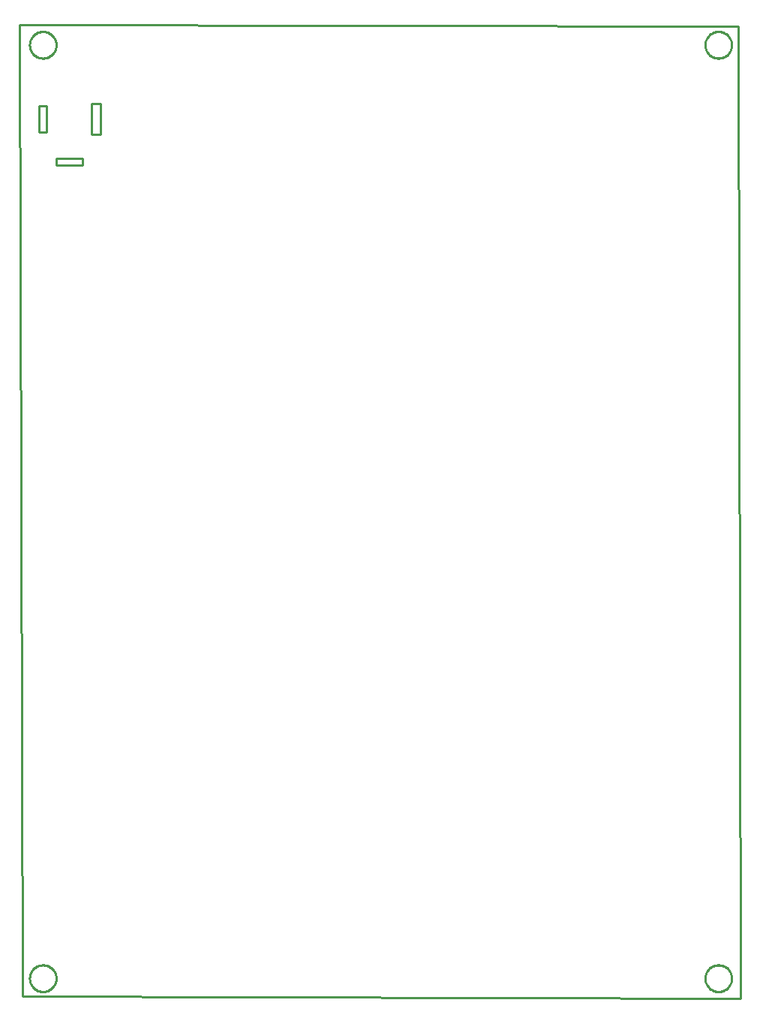
<source format=gbr>
G04 EAGLE Gerber RS-274X export*
G75*
%MOMM*%
%FSLAX34Y34*%
%LPD*%
%IN*%
%IPPOS*%
%AMOC8*
5,1,8,0,0,1.08239X$1,22.5*%
G01*
%ADD10C,0.254000*%


D10*
X5036Y1102891D02*
X8379Y7505D01*
X819126Y5142D01*
X816760Y1101506D01*
X5036Y1102891D01*
X46672Y944814D02*
X76672Y944814D01*
X76672Y952814D01*
X46672Y952814D01*
X46672Y944814D01*
X86672Y979314D02*
X96672Y979314D01*
X96672Y1014314D01*
X86672Y1014314D01*
X86672Y979314D01*
X27672Y981814D02*
X35672Y981814D01*
X35672Y1011814D01*
X27672Y1011814D01*
X27672Y981814D01*
X46758Y27288D02*
X46682Y26220D01*
X46529Y25159D01*
X46301Y24112D01*
X45999Y23084D01*
X45625Y22080D01*
X45180Y21106D01*
X44666Y20165D01*
X44087Y19264D01*
X43445Y18406D01*
X42743Y17596D01*
X41986Y16839D01*
X41176Y16137D01*
X40318Y15495D01*
X39417Y14916D01*
X38477Y14402D01*
X37502Y13957D01*
X36498Y13583D01*
X35470Y13281D01*
X34423Y13053D01*
X33362Y12901D01*
X32294Y12824D01*
X31222Y12824D01*
X30154Y12901D01*
X29093Y13053D01*
X28046Y13281D01*
X27018Y13583D01*
X26014Y13957D01*
X25039Y14402D01*
X24099Y14916D01*
X23198Y15495D01*
X22340Y16137D01*
X21530Y16839D01*
X20773Y17596D01*
X20071Y18406D01*
X19429Y19264D01*
X18850Y20165D01*
X18336Y21106D01*
X17891Y22080D01*
X17517Y23084D01*
X17215Y24112D01*
X16987Y25159D01*
X16834Y26220D01*
X16758Y27288D01*
X16758Y28360D01*
X16834Y29429D01*
X16987Y30489D01*
X17215Y31536D01*
X17517Y32564D01*
X17891Y33568D01*
X18336Y34543D01*
X18850Y35483D01*
X19429Y36384D01*
X20071Y37242D01*
X20773Y38052D01*
X21530Y38810D01*
X22340Y39511D01*
X23198Y40153D01*
X24099Y40733D01*
X25039Y41246D01*
X26014Y41691D01*
X27018Y42066D01*
X28046Y42367D01*
X29093Y42595D01*
X30154Y42748D01*
X31222Y42824D01*
X32294Y42824D01*
X33362Y42748D01*
X34423Y42595D01*
X35470Y42367D01*
X36498Y42066D01*
X37502Y41691D01*
X38477Y41246D01*
X39417Y40733D01*
X40318Y40153D01*
X41176Y39511D01*
X41986Y38810D01*
X42743Y38052D01*
X43445Y37242D01*
X44087Y36384D01*
X44666Y35483D01*
X45180Y34543D01*
X45625Y33568D01*
X45999Y32564D01*
X46301Y31536D01*
X46529Y30489D01*
X46682Y29429D01*
X46758Y28360D01*
X46758Y27288D01*
X809050Y27288D02*
X808974Y26220D01*
X808821Y25159D01*
X808593Y24112D01*
X808292Y23084D01*
X807917Y22080D01*
X807472Y21106D01*
X806959Y20165D01*
X806379Y19264D01*
X805737Y18406D01*
X805036Y17596D01*
X804278Y16839D01*
X803468Y16137D01*
X802610Y15495D01*
X801709Y14916D01*
X800769Y14402D01*
X799794Y13957D01*
X798790Y13583D01*
X797762Y13281D01*
X796715Y13053D01*
X795655Y12901D01*
X794586Y12824D01*
X793514Y12824D01*
X792446Y12901D01*
X791385Y13053D01*
X790338Y13281D01*
X789310Y13583D01*
X788306Y13957D01*
X787332Y14402D01*
X786391Y14916D01*
X785490Y15495D01*
X784632Y16137D01*
X783822Y16839D01*
X783065Y17596D01*
X782363Y18406D01*
X781721Y19264D01*
X781142Y20165D01*
X780628Y21106D01*
X780183Y22080D01*
X779809Y23084D01*
X779507Y24112D01*
X779279Y25159D01*
X779127Y26220D01*
X779050Y27288D01*
X779050Y28360D01*
X779127Y29429D01*
X779279Y30489D01*
X779507Y31536D01*
X779809Y32564D01*
X780183Y33568D01*
X780628Y34543D01*
X781142Y35483D01*
X781721Y36384D01*
X782363Y37242D01*
X783065Y38052D01*
X783822Y38810D01*
X784632Y39511D01*
X785490Y40153D01*
X786391Y40733D01*
X787332Y41246D01*
X788306Y41691D01*
X789310Y42066D01*
X790338Y42367D01*
X791385Y42595D01*
X792446Y42748D01*
X793514Y42824D01*
X794586Y42824D01*
X795655Y42748D01*
X796715Y42595D01*
X797762Y42367D01*
X798790Y42066D01*
X799794Y41691D01*
X800769Y41246D01*
X801709Y40733D01*
X802610Y40153D01*
X803468Y39511D01*
X804278Y38810D01*
X805036Y38052D01*
X805737Y37242D01*
X806379Y36384D01*
X806959Y35483D01*
X807472Y34543D01*
X807917Y33568D01*
X808292Y32564D01*
X808593Y31536D01*
X808821Y30489D01*
X808974Y29429D01*
X809050Y28360D01*
X809050Y27288D01*
X46758Y1079991D02*
X46682Y1078923D01*
X46529Y1077862D01*
X46301Y1076815D01*
X45999Y1075787D01*
X45625Y1074783D01*
X45180Y1073809D01*
X44666Y1072868D01*
X44087Y1071967D01*
X43445Y1071109D01*
X42743Y1070299D01*
X41986Y1069542D01*
X41176Y1068840D01*
X40318Y1068198D01*
X39417Y1067619D01*
X38477Y1067105D01*
X37502Y1066660D01*
X36498Y1066286D01*
X35470Y1065984D01*
X34423Y1065756D01*
X33362Y1065604D01*
X32294Y1065527D01*
X31222Y1065527D01*
X30154Y1065604D01*
X29093Y1065756D01*
X28046Y1065984D01*
X27018Y1066286D01*
X26014Y1066660D01*
X25039Y1067105D01*
X24099Y1067619D01*
X23198Y1068198D01*
X22340Y1068840D01*
X21530Y1069542D01*
X20773Y1070299D01*
X20071Y1071109D01*
X19429Y1071967D01*
X18850Y1072868D01*
X18336Y1073809D01*
X17891Y1074783D01*
X17517Y1075787D01*
X17215Y1076815D01*
X16987Y1077862D01*
X16834Y1078923D01*
X16758Y1079991D01*
X16758Y1081063D01*
X16834Y1082132D01*
X16987Y1083192D01*
X17215Y1084239D01*
X17517Y1085267D01*
X17891Y1086271D01*
X18336Y1087246D01*
X18850Y1088186D01*
X19429Y1089087D01*
X20071Y1089945D01*
X20773Y1090755D01*
X21530Y1091513D01*
X22340Y1092214D01*
X23198Y1092856D01*
X24099Y1093436D01*
X25039Y1093949D01*
X26014Y1094394D01*
X27018Y1094769D01*
X28046Y1095070D01*
X29093Y1095298D01*
X30154Y1095451D01*
X31222Y1095527D01*
X32294Y1095527D01*
X33362Y1095451D01*
X34423Y1095298D01*
X35470Y1095070D01*
X36498Y1094769D01*
X37502Y1094394D01*
X38477Y1093949D01*
X39417Y1093436D01*
X40318Y1092856D01*
X41176Y1092214D01*
X41986Y1091513D01*
X42743Y1090755D01*
X43445Y1089945D01*
X44087Y1089087D01*
X44666Y1088186D01*
X45180Y1087246D01*
X45625Y1086271D01*
X45999Y1085267D01*
X46301Y1084239D01*
X46529Y1083192D01*
X46682Y1082132D01*
X46758Y1081063D01*
X46758Y1079991D01*
X809050Y1079991D02*
X808974Y1078923D01*
X808821Y1077862D01*
X808593Y1076815D01*
X808292Y1075787D01*
X807917Y1074783D01*
X807472Y1073809D01*
X806959Y1072868D01*
X806379Y1071967D01*
X805737Y1071109D01*
X805036Y1070299D01*
X804278Y1069542D01*
X803468Y1068840D01*
X802610Y1068198D01*
X801709Y1067619D01*
X800769Y1067105D01*
X799794Y1066660D01*
X798790Y1066286D01*
X797762Y1065984D01*
X796715Y1065756D01*
X795655Y1065604D01*
X794586Y1065527D01*
X793514Y1065527D01*
X792446Y1065604D01*
X791385Y1065756D01*
X790338Y1065984D01*
X789310Y1066286D01*
X788306Y1066660D01*
X787332Y1067105D01*
X786391Y1067619D01*
X785490Y1068198D01*
X784632Y1068840D01*
X783822Y1069542D01*
X783065Y1070299D01*
X782363Y1071109D01*
X781721Y1071967D01*
X781142Y1072868D01*
X780628Y1073809D01*
X780183Y1074783D01*
X779809Y1075787D01*
X779507Y1076815D01*
X779279Y1077862D01*
X779127Y1078923D01*
X779050Y1079991D01*
X779050Y1081063D01*
X779127Y1082132D01*
X779279Y1083192D01*
X779507Y1084239D01*
X779809Y1085267D01*
X780183Y1086271D01*
X780628Y1087246D01*
X781142Y1088186D01*
X781721Y1089087D01*
X782363Y1089945D01*
X783065Y1090755D01*
X783822Y1091513D01*
X784632Y1092214D01*
X785490Y1092856D01*
X786391Y1093436D01*
X787332Y1093949D01*
X788306Y1094394D01*
X789310Y1094769D01*
X790338Y1095070D01*
X791385Y1095298D01*
X792446Y1095451D01*
X793514Y1095527D01*
X794586Y1095527D01*
X795655Y1095451D01*
X796715Y1095298D01*
X797762Y1095070D01*
X798790Y1094769D01*
X799794Y1094394D01*
X800769Y1093949D01*
X801709Y1093436D01*
X802610Y1092856D01*
X803468Y1092214D01*
X804278Y1091513D01*
X805036Y1090755D01*
X805737Y1089945D01*
X806379Y1089087D01*
X806959Y1088186D01*
X807472Y1087246D01*
X807917Y1086271D01*
X808292Y1085267D01*
X808593Y1084239D01*
X808821Y1083192D01*
X808974Y1082132D01*
X809050Y1081063D01*
X809050Y1079991D01*
M02*

</source>
